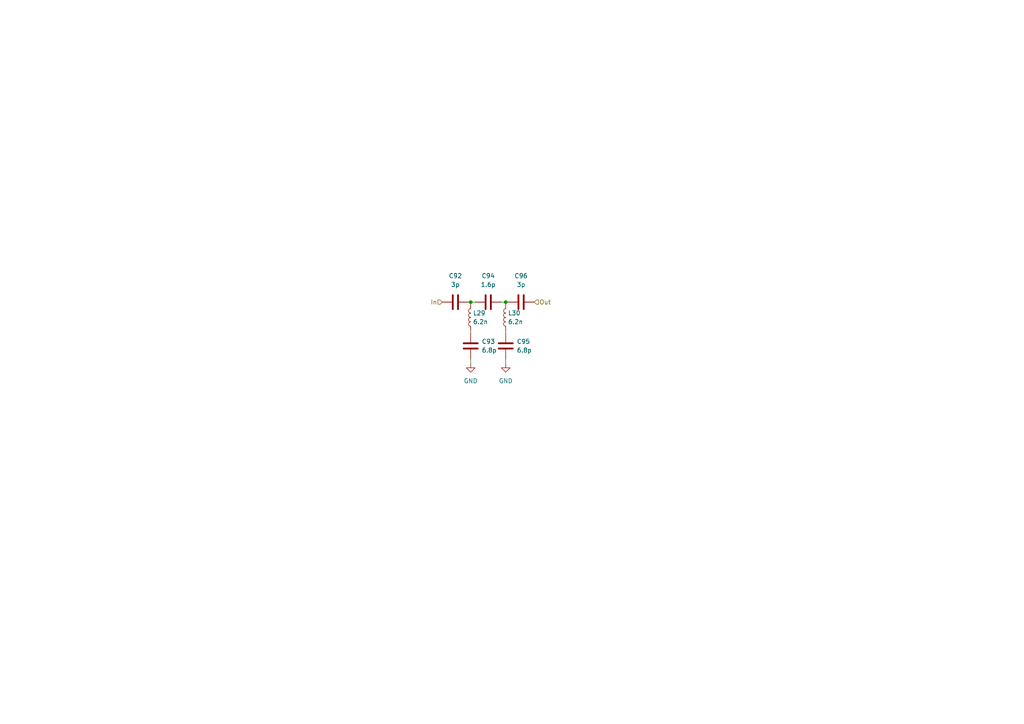
<source format=kicad_sch>
(kicad_sch (version 20211123) (generator eeschema)
  (paper "A4")
  (lib_symbols
    (symbol "Device:C" (pin_numbers hide) (pin_names (offset 0.254))
      (property "Reference" "C" (at 0.635 2.54 0))
      (property "Value" "C" (at 0.635 -2.54 0))
      (symbol "C_0_1"
        (polyline (pts (xy -2.032 -0.762) (xy 2.032 -0.762)) (stroke (width 0.508)))
        (polyline (pts (xy -2.032 0.762) (xy 2.032 0.762)) (stroke (width 0.508)))
      )
      (symbol "C_1_1"
        (pin passive line (at 0 3.81 270) (length 2.794) (name "~") (number "1"))
        (pin passive line (at 0 -3.81 90) (length 2.794) (name "~") (number "2"))
      )
    )
    (symbol "Device:L" (pin_numbers hide) (pin_names (offset 1.016) hide)
      (property "Reference" "L" (at -1.27 0 90))
      (property "Value" "L" (at 1.905 0 90))
      (symbol "L_0_1"
        (arc (start 0 -2.54) (mid 0.635 -1.905) (end 0 -1.27))
        (arc (start 0 -1.27) (mid 0.635 -0.635) (end 0 0))
        (arc (start 0 0) (mid 0.635 0.635) (end 0 1.27))
        (arc (start 0 1.27) (mid 0.635 1.905) (end 0 2.54))
      )
      (symbol "L_1_1"
        (pin passive line (at 0 3.81 270) (length 1.27) (name "1") (number "1"))
        (pin passive line (at 0 -3.81 90) (length 1.27) (name "2") (number "2"))
      )
    )
    (symbol "power:GND" (power) (pin_names (offset 0))
      (property "Value" "GND" (at 0 -3.81 0))
      (symbol "GND_0_1"
        (polyline (pts (xy 0 0) (xy 0 -1.27) (xy 1.27 -1.27) (xy 0 -2.54) (xy -1.27 -1.27) (xy 0 -1.27)))
      )
      (symbol "GND_1_1"
        (pin power_in line (at 0 0 270) (length 0) hide (name "GND") (number "1"))
      )
    )
  )
  (junction (at 146.685 87.63))
  (junction (at 136.525 87.63))
  (wire (pts (xy 146.685 104.14) (xy 146.685 105.41)))
  (wire (pts (xy 146.685 87.63) (xy 147.32 87.63)))
  (wire (pts (xy 146.685 87.63) (xy 146.685 88.265)))
  (wire (pts (xy 135.89 87.63) (xy 136.525 87.63)))
  (wire (pts (xy 145.415 87.63) (xy 146.685 87.63)))
  (wire (pts (xy 136.525 104.14) (xy 136.525 105.41)))
  (wire (pts (xy 136.525 87.63) (xy 137.795 87.63)))
  (wire (pts (xy 146.685 95.885) (xy 146.685 96.52)))
  (wire (pts (xy 136.525 95.885) (xy 136.525 96.52)))
  (wire (pts (xy 136.525 87.63) (xy 136.525 88.265)))
  (hierarchical_label "Out" (shape input) (at 154.94 87.63 0))
  (hierarchical_label "In" (shape input) (at 128.27 87.63 180))
  (symbol (lib_id "power:GND") (at 136.525 105.41 0) (unit 1)
    (property "Reference" "#PWR0189" (effects hide))
    (property "Value" "GND" (at 136.525 110.49 0))
  )
  (symbol (lib_id "Device:C") (at 151.13 87.63 90) (unit 1)
    (property "Reference" "C96" (at 151.13 80.01 90))
    (property "Value" "3p" (at 151.13 82.55 90))
    (property "Footprint" "Capacitor_SMD:C_0402_1005Metric" (effects hide))
    (property "MPN" "GJM1555C1H3R0WB01D" (effects hide))
    (property "LCSC" "C161318" (effects hide))
  )
  (symbol (lib_id "Device:L") (at 136.525 92.075 180) (unit 1)
    (property "Reference" "L29" (at 137.16 90.8049 0) (effects (justify right)))
    (property "Value" "6.2n" (at 137.16 93.3449 0) (effects (justify right)))
    (property "Footprint" "Inductor_SMD:L_0402_1005Metric" (effects hide))
    (property "MPN" "LQW15AN6N2B00D" (effects hide))
    (property "LCSC" "C91627" (effects hide))
  )
  (symbol (lib_id "power:GND") (at 146.685 105.41 0) (unit 1)
    (property "Reference" "#PWR0190" (effects hide))
    (property "Value" "GND" (at 146.685 110.49 0))
  )
  (symbol (lib_id "Device:C") (at 132.08 87.63 90) (unit 1)
    (property "Reference" "C92" (at 132.08 80.01 90))
    (property "Value" "3p" (at 132.08 82.55 90))
    (property "Footprint" "Capacitor_SMD:C_0402_1005Metric" (effects hide))
    (property "MPN" "GJM1555C1H3R0WB01D" (effects hide))
    (property "LCSC" "C161318" (effects hide))
  )
  (symbol (lib_id "Device:C") (at 136.525 100.33 180) (unit 1)
    (property "Reference" "C93" (at 139.7 99.0599 0) (effects (justify right)))
    (property "Value" "6.8p" (at 139.7 101.5999 0) (effects (justify right)))
    (property "Footprint" "Capacitor_SMD:C_0402_1005Metric" (effects hide))
    (property "MPN" "GJM1555C1H6R8BB01D" (effects hide))
    (property "LCSC" "C88896" (effects hide))
  )
  (symbol (lib_id "Device:L") (at 146.685 92.075 180) (unit 1)
    (property "Reference" "L30" (at 147.32 90.8049 0) (effects (justify right)))
    (property "Value" "6.2n" (at 147.32 93.3449 0) (effects (justify right)))
    (property "Footprint" "Inductor_SMD:L_0402_1005Metric" (effects hide))
    (property "MPN" "LQW15AN6N2B00D" (effects hide))
    (property "LCSC" "C91627" (effects hide))
  )
  (symbol (lib_id "Device:C") (at 141.605 87.63 90) (unit 1)
    (property "Reference" "C94" (at 141.605 80.01 90))
    (property "Value" "1.6p" (at 141.605 82.55 90))
    (property "Footprint" "Capacitor_SMD:C_0402_1005Metric" (effects hide))
    (property "MPN" "GJM1555C1H1R6BB01D" (effects hide))
    (property "LCSC" "C161311" (effects hide))
  )
  (symbol (lib_id "Device:C") (at 146.685 100.33 180) (unit 1)
    (property "Reference" "C95" (at 149.86 99.0599 0) (effects (justify right)))
    (property "Value" "6.8p" (at 149.86 101.5999 0) (effects (justify right)))
    (property "Footprint" "Capacitor_SMD:C_0402_1005Metric" (effects hide))
    (property "MPN" "GJM1555C1H6R8BB01D" (effects hide))
    (property "LCSC" "C88896" (effects hide))
  )
)
</source>
